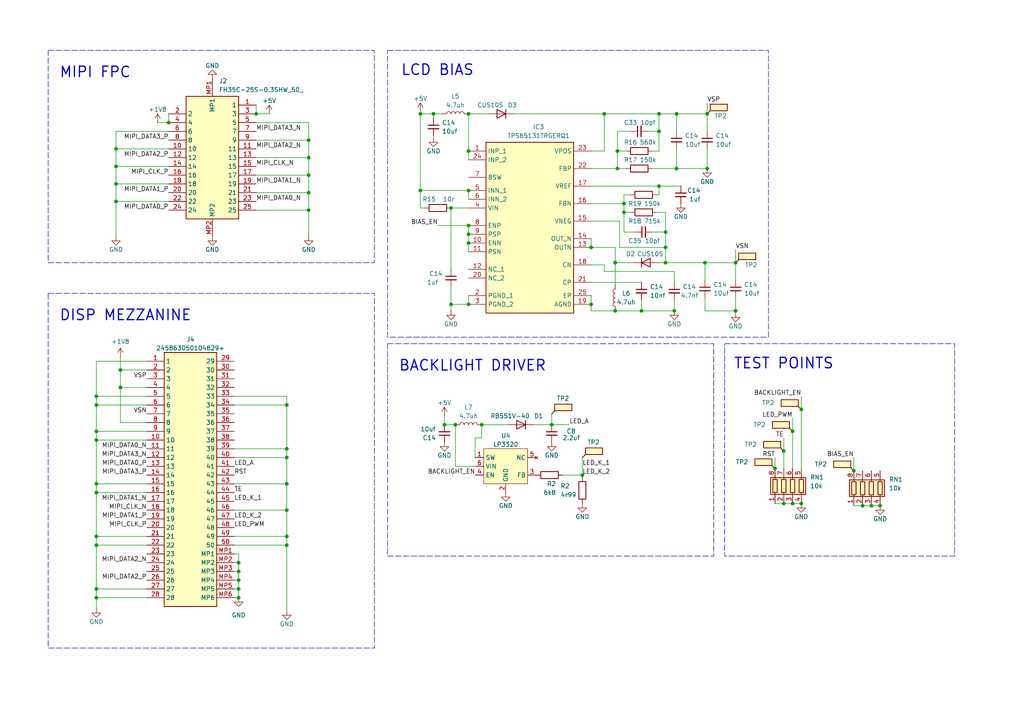
<source format=kicad_sch>
(kicad_sch (version 20230121) (generator eeschema)
  (paper "A4")
  (lib_symbols
    (symbol "+5V_1" (power) (pin_names (offset 0))
      (property "Value" "+5V_1" (at 0 3.556 0))
      (symbol "+5V_1_0_1"
        (polyline (pts (xy -0.762 1.27) (xy 0 2.54)))
        (polyline (pts (xy 0 0) (xy 0 2.54)))
        (polyline (pts (xy 0 2.54) (xy 0.762 1.27)))
      )
      (symbol "+5V_1_1_1"
        (pin power_in line (at 0 0 90) (length 0) hide (name "+5V") (number "1"))
      )
    )
    (symbol "Connector:TestPoint_Flag" (pin_numbers hide) (pin_names (offset 0.762) hide)
      (property "Reference" "TP" (at 3.429 1.778 0))
      (property "Value" "TestPoint_Flag" (at 3.302 4.191 0))
      (symbol "TestPoint_Flag_0_1"
        (polyline (pts (xy 0 0) (xy 0.889 0.889)) (stroke (width 0.254)))
        (rectangle (start 0.889 2.794) (end 5.842 0.889) (stroke (width 0.254)) (fill (type background)))
      )
      (symbol "TestPoint_Flag_1_1"
        (pin passive line (at 0 0 90) (length 0) (name "1") (number "1"))
      )
    )
    (symbol "Device:C_Small" (pin_numbers hide) (pin_names (offset 0.254) hide)
      (property "Reference" "C" (at 0.254 1.778 0))
      (property "Value" "C_Small" (at 0.254 -2.032 0))
      (symbol "C_Small_0_1"
        (polyline (pts (xy -1.524 -0.508) (xy 1.524 -0.508)) (stroke (width 0.3302)))
        (polyline (pts (xy -1.524 0.508) (xy 1.524 0.508)) (stroke (width 0.3048)))
      )
      (symbol "C_Small_1_1"
        (pin passive line (at 0 2.54 270) (length 2.032) (name "~") (number "1"))
        (pin passive line (at 0 -2.54 90) (length 2.032) (name "~") (number "2"))
      )
    )
    (symbol "Device:D" (pin_numbers hide) (pin_names (offset 1.016) hide)
      (property "Reference" "D" (at 0 2.54 0))
      (property "Value" "D" (at 0 -2.54 0))
      (symbol "D_0_1"
        (polyline (pts (xy -1.27 1.27) (xy -1.27 -1.27)) (stroke (width 0.254)))
        (polyline (pts (xy 1.27 0) (xy -1.27 0)))
        (polyline (pts (xy 1.27 1.27) (xy 1.27 -1.27) (xy -1.27 0) (xy 1.27 1.27)) (stroke (width 0.254)))
      )
      (symbol "D_1_1"
        (pin passive line (at -3.81 0 0) (length 2.54) (name "K") (number "1"))
        (pin passive line (at 3.81 0 180) (length 2.54) (name "A") (number "2"))
      )
    )
    (symbol "Device:L" (pin_numbers hide) (pin_names (offset 1.016) hide)
      (property "Reference" "L" (at -1.27 0 90))
      (property "Value" "L" (at 1.905 0 90))
      (symbol "L_0_1"
        (arc (start 0 -2.54) (mid 0.6323 -1.905) (end 0 -1.27))
        (arc (start 0 -1.27) (mid 0.6323 -0.635) (end 0 0))
        (arc (start 0 0) (mid 0.6323 0.635) (end 0 1.27))
        (arc (start 0 1.27) (mid 0.6323 1.905) (end 0 2.54))
      )
      (symbol "L_1_1"
        (pin passive line (at 0 3.81 270) (length 1.27) (name "1") (number "1"))
        (pin passive line (at 0 -3.81 90) (length 1.27) (name "2") (number "2"))
      )
    )
    (symbol "Device:R" (pin_numbers hide) (pin_names (offset 0))
      (property "Reference" "R" (at 2.032 0 90))
      (property "Value" "R" (at 0 0 90))
      (symbol "R_0_1"
        (rectangle (start -1.016 -2.54) (end 1.016 2.54) (stroke (width 0.254)))
      )
      (symbol "R_1_1"
        (pin passive line (at 0 3.81 270) (length 1.27) (name "~") (number "1"))
        (pin passive line (at 0 -3.81 90) (length 1.27) (name "~") (number "2"))
      )
    )
    (symbol "Device:R_Pack04" (pin_names (offset 0) hide)
      (property "Reference" "RN" (at -7.62 0 90))
      (property "Value" "R_Pack04" (at 5.08 0 90))
      (symbol "R_Pack04_0_1"
        (rectangle (start -6.35 -2.413) (end 3.81 2.413) (stroke (width 0.254)) (fill (type background)))
        (rectangle (start -5.715 1.905) (end -4.445 -1.905) (stroke (width 0.254)))
        (rectangle (start -3.175 1.905) (end -1.905 -1.905) (stroke (width 0.254)))
        (rectangle (start -0.635 1.905) (end 0.635 -1.905) (stroke (width 0.254)))
        (polyline (pts (xy -5.08 -2.54) (xy -5.08 -1.905)))
        (polyline (pts (xy -5.08 1.905) (xy -5.08 2.54)))
        (polyline (pts (xy -2.54 -2.54) (xy -2.54 -1.905)))
        (polyline (pts (xy -2.54 1.905) (xy -2.54 2.54)))
        (polyline (pts (xy 0 -2.54) (xy 0 -1.905)))
        (polyline (pts (xy 0 1.905) (xy 0 2.54)))
        (polyline (pts (xy 2.54 -2.54) (xy 2.54 -1.905)))
        (polyline (pts (xy 2.54 1.905) (xy 2.54 2.54)))
        (rectangle (start 1.905 1.905) (end 3.175 -1.905) (stroke (width 0.254)))
      )
      (symbol "R_Pack04_1_1"
        (pin passive line (at -5.08 -5.08 90) (length 2.54) (name "R1.1") (number "1"))
        (pin passive line (at -2.54 -5.08 90) (length 2.54) (name "R2.1") (number "2"))
        (pin passive line (at 0 -5.08 90) (length 2.54) (name "R3.1") (number "3"))
        (pin passive line (at 2.54 -5.08 90) (length 2.54) (name "R4.1") (number "4"))
        (pin passive line (at 2.54 5.08 270) (length 2.54) (name "R4.2") (number "5"))
        (pin passive line (at 0 5.08 270) (length 2.54) (name "R3.2") (number "6"))
        (pin passive line (at -2.54 5.08 270) (length 2.54) (name "R2.2") (number "7"))
        (pin passive line (at -5.08 5.08 270) (length 2.54) (name "R1.2") (number "8"))
      )
    )
    (symbol "GND_1" (power) (pin_names (offset 0))
      (property "Value" "GND_1" (at 0 -3.81 0))
      (symbol "GND_1_0_1"
        (polyline (pts (xy 0 0) (xy 0 -1.27) (xy 1.27 -1.27) (xy 0 -2.54) (xy -1.27 -1.27) (xy 0 -1.27)))
      )
      (symbol "GND_1_1_1"
        (pin power_in line (at 0 0 270) (length 0) hide (name "GND") (number "1"))
      )
    )
    (symbol "GND_3" (power) (pin_names (offset 0))
      (property "Value" "GND_3" (at 0 -3.81 0))
      (symbol "GND_3_0_1"
        (polyline (pts (xy 0 0) (xy 0 -1.27) (xy 1.27 -1.27) (xy 0 -2.54) (xy -1.27 -1.27) (xy 0 -1.27)))
      )
      (symbol "GND_3_1_1"
        (pin power_in line (at 0 0 270) (length 0) hide (name "GND") (number "1"))
      )
    )
    (symbol "Regulator_Switching:LP3320"
      (property "Reference" "U" (at 0 8.89 0))
      (property "Value" "LP3320" (at 0 6.35 0))
      (symbol "LP3320_1_1"
        (rectangle (start -6.35 5.08) (end 6.35 -5.08) (fill (type background)))
        (pin output line (at -8.89 2.54 0) (length 2.54) (name "SW") (number "1"))
        (pin input line (at 0 -7.62 90) (length 2.54) (name "GND") (number "2"))
        (pin input line (at 8.89 -2.54 180) (length 2.54) (name "FB") (number "3"))
        (pin input line (at -8.89 -2.54 0) (length 2.54) (name "EN") (number "4"))
        (pin no_connect line (at 8.89 2.54 180) (length 2.54) (name "NC") (number "5"))
        (pin input line (at -8.89 0 0) (length 2.54) (name "VIN") (number "6"))
      )
    )
    (symbol "SamacSys_Parts:245863050104829+"
      (property "Reference" "J" (at 21.59 7.62 0))
      (property "Value" "245863050104829+" (at 21.59 5.08 0))
      (symbol "245863050104829+_1_1"
        (rectangle (start 5.08 2.54) (end 20.32 -71.12) (stroke (width 0.254)) (fill (type background)))
        (pin passive line (at 0 0 0) (length 5.08) (name "1") (number "1"))
        (pin passive line (at 0 -22.86 0) (length 5.08) (name "10") (number "10"))
        (pin passive line (at 0 -25.4 0) (length 5.08) (name "11") (number "11"))
        (pin passive line (at 0 -27.94 0) (length 5.08) (name "12") (number "12"))
        (pin passive line (at 0 -30.48 0) (length 5.08) (name "13") (number "13"))
        (pin passive line (at 0 -33.02 0) (length 5.08) (name "14") (number "14"))
        (pin passive line (at 0 -35.56 0) (length 5.08) (name "15") (number "15"))
        (pin passive line (at 0 -38.1 0) (length 5.08) (name "16") (number "16"))
        (pin passive line (at 0 -40.64 0) (length 5.08) (name "17") (number "17"))
        (pin passive line (at 0 -43.18 0) (length 5.08) (name "18") (number "18"))
        (pin passive line (at 0 -45.72 0) (length 5.08) (name "19") (number "19"))
        (pin passive line (at 0 -2.54 0) (length 5.08) (name "2") (number "2"))
        (pin passive line (at 0 -48.26 0) (length 5.08) (name "20") (number "20"))
        (pin passive line (at 0 -50.8 0) (length 5.08) (name "21") (number "21"))
        (pin passive line (at 0 -53.34 0) (length 5.08) (name "22") (number "22"))
        (pin passive line (at 0 -55.88 0) (length 5.08) (name "23") (number "23"))
        (pin passive line (at 0 -58.42 0) (length 5.08) (name "24") (number "24"))
        (pin passive line (at 0 -60.96 0) (length 5.08) (name "25") (number "25"))
        (pin passive line (at 0 -63.5 0) (length 5.08) (name "26") (number "26"))
        (pin passive line (at 0 -66.04 0) (length 5.08) (name "27") (number "27"))
        (pin passive line (at 0 -68.58 0) (length 5.08) (name "28") (number "28"))
        (pin passive line (at 25.4 0 180) (length 5.08) (name "29") (number "29"))
        (pin passive line (at 0 -5.08 0) (length 5.08) (name "3") (number "3"))
        (pin passive line (at 25.4 -2.54 180) (length 5.08) (name "30") (number "30"))
        (pin passive line (at 25.4 -5.08 180) (length 5.08) (name "31") (number "31"))
        (pin passive line (at 25.4 -7.62 180) (length 5.08) (name "32") (number "32"))
        (pin passive line (at 25.4 -10.16 180) (length 5.08) (name "33") (number "33"))
        (pin passive line (at 25.4 -12.7 180) (length 5.08) (name "34") (number "34"))
        (pin passive line (at 25.4 -15.24 180) (length 5.08) (name "35") (number "35"))
        (pin passive line (at 25.4 -17.78 180) (length 5.08) (name "36") (number "36"))
        (pin passive line (at 25.4 -20.32 180) (length 5.08) (name "37") (number "37"))
        (pin passive line (at 25.4 -22.86 180) (length 5.08) (name "38") (number "38"))
        (pin passive line (at 25.4 -25.4 180) (length 5.08) (name "39") (number "39"))
        (pin passive line (at 0 -7.62 0) (length 5.08) (name "4") (number "4"))
        (pin passive line (at 25.4 -27.94 180) (length 5.08) (name "40") (number "40"))
        (pin passive line (at 25.4 -30.48 180) (length 5.08) (name "41") (number "41"))
        (pin passive line (at 25.4 -33.02 180) (length 5.08) (name "42") (number "42"))
        (pin passive line (at 25.4 -35.56 180) (length 5.08) (name "43") (number "43"))
        (pin passive line (at 25.4 -38.1 180) (length 5.08) (name "44") (number "44"))
        (pin passive line (at 25.4 -40.64 180) (length 5.08) (name "45") (number "45"))
        (pin passive line (at 25.4 -43.18 180) (length 5.08) (name "46") (number "46"))
        (pin passive line (at 25.4 -45.72 180) (length 5.08) (name "47") (number "47"))
        (pin passive line (at 25.4 -48.26 180) (length 5.08) (name "48") (number "48"))
        (pin passive line (at 25.4 -50.8 180) (length 5.08) (name "49") (number "49"))
        (pin passive line (at 0 -10.16 0) (length 5.08) (name "5") (number "5"))
        (pin passive line (at 25.4 -53.34 180) (length 5.08) (name "50") (number "50"))
        (pin passive line (at 0 -12.7 0) (length 5.08) (name "6") (number "6"))
        (pin passive line (at 0 -15.24 0) (length 5.08) (name "7") (number "7"))
        (pin passive line (at 0 -17.78 0) (length 5.08) (name "8") (number "8"))
        (pin passive line (at 0 -20.32 0) (length 5.08) (name "9") (number "9"))
        (pin passive line (at 25.4 -55.88 180) (length 5.08) (name "MP1") (number "MP1"))
        (pin passive line (at 25.4 -58.42 180) (length 5.08) (name "MP2") (number "MP2"))
        (pin passive line (at 25.4 -60.96 180) (length 5.08) (name "MP3") (number "MP3"))
        (pin passive line (at 25.4 -63.5 180) (length 5.08) (name "MP4") (number "MP4"))
        (pin passive line (at 25.4 -66.04 180) (length 5.08) (name "MP5") (number "MP5"))
        (pin passive line (at 25.4 -68.58 180) (length 5.08) (name "MP6") (number "MP6"))
      )
    )
    (symbol "SamacSys_Parts:FH35C-25S-0.3SHW_50_"
      (property "Reference" "J" (at 41.91 12.7 0))
      (property "Value" "FH35C-25S-0.3SHW_50_" (at 41.91 10.16 0))
      (symbol "FH35C-25S-0.3SHW_50__1_1"
        (rectangle (start 5.08 7.62) (end 40.64 -7.62) (stroke (width 0.254)) (fill (type background)))
        (pin passive line (at 38.1 -12.7 90) (length 5.08) (name "1") (number "1"))
        (pin passive line (at 25.4 12.7 270) (length 5.08) (name "10") (number "10"))
        (pin passive line (at 25.4 -12.7 90) (length 5.08) (name "11") (number "11"))
        (pin passive line (at 22.86 12.7 270) (length 5.08) (name "12") (number "12"))
        (pin passive line (at 22.86 -12.7 90) (length 5.08) (name "13") (number "13"))
        (pin passive line (at 20.32 12.7 270) (length 5.08) (name "14") (number "14"))
        (pin passive line (at 20.32 -12.7 90) (length 5.08) (name "15") (number "15"))
        (pin passive line (at 17.78 12.7 270) (length 5.08) (name "16") (number "16"))
        (pin passive line (at 17.78 -12.7 90) (length 5.08) (name "17") (number "17"))
        (pin passive line (at 15.24 12.7 270) (length 5.08) (name "18") (number "18"))
        (pin passive line (at 15.24 -12.7 90) (length 5.08) (name "19") (number "19"))
        (pin passive line (at 35.56 12.7 270) (length 5.08) (name "2") (number "2"))
        (pin passive line (at 12.7 12.7 270) (length 5.08) (name "20") (number "20"))
        (pin passive line (at 12.7 -12.7 90) (length 5.08) (name "21") (number "21"))
        (pin passive line (at 10.16 12.7 270) (length 5.08) (name "22") (number "22"))
        (pin passive line (at 10.16 -12.7 90) (length 5.08) (name "23") (number "23"))
        (pin passive line (at 7.62 12.7 270) (length 5.08) (name "24") (number "24"))
        (pin passive line (at 7.62 -12.7 90) (length 5.08) (name "25") (number "25"))
        (pin passive line (at 35.56 -12.7 90) (length 5.08) (name "3") (number "3"))
        (pin passive line (at 33.02 12.7 270) (length 5.08) (name "4") (number "4"))
        (pin passive line (at 33.02 -12.7 90) (length 5.08) (name "5") (number "5"))
        (pin passive line (at 30.48 12.7 270) (length 5.08) (name "6") (number "6"))
        (pin passive line (at 30.48 -12.7 90) (length 5.08) (name "7") (number "7"))
        (pin passive line (at 27.94 12.7 270) (length 5.08) (name "8") (number "8"))
        (pin passive line (at 27.94 -12.7 90) (length 5.08) (name "9") (number "9"))
        (pin passive line (at 45.72 0 180) (length 5.08) (name "MP1") (number "MP1"))
        (pin passive line (at 0 0 0) (length 5.08) (name "MP2") (number "MP2"))
      )
    )
    (symbol "SamacSys_Parts:TPS65131TRGERQ1"
      (property "Reference" "IC" (at 10.16 21.59 0))
      (property "Value" "TPS65131TRGERQ1" (at 10.16 19.05 0))
      (symbol "TPS65131TRGERQ1_1_1"
        (rectangle (start 5.08 16.51) (end 30.48 -33.02) (stroke (width 0.254)) (fill (type background)))
        (pin passive line (at 0 13.97 0) (length 5.08) (name "INP_1") (number "1"))
        (pin passive line (at 0 -12.7 0) (length 5.08) (name "ENN") (number "10"))
        (pin passive line (at 0 -15.24 0) (length 5.08) (name "PSN") (number "11"))
        (pin passive line (at 0 -20.32 0) (length 5.08) (name "NC_1") (number "12"))
        (pin passive line (at 35.56 -13.97 180) (length 5.08) (name "OUTN") (number "13"))
        (pin passive line (at 35.56 -11.43 180) (length 5.08) (name "OUT_N") (number "14"))
        (pin passive line (at 35.56 -6.35 180) (length 5.08) (name "VNEG") (number "15"))
        (pin passive line (at 35.56 -1.27 180) (length 5.08) (name "FBN") (number "16"))
        (pin passive line (at 35.56 3.81 180) (length 5.08) (name "VREF") (number "17"))
        (pin passive line (at 35.56 -19.05 180) (length 5.08) (name "CN") (number "18"))
        (pin passive line (at 35.56 -30.48 180) (length 5.08) (name "AGND") (number "19"))
        (pin passive line (at 0 -27.94 0) (length 5.08) (name "PGND_1") (number "2"))
        (pin passive line (at 0 -22.86 0) (length 5.08) (name "NC_2") (number "20"))
        (pin passive line (at 35.56 -24.13 180) (length 5.08) (name "CP") (number "21"))
        (pin passive line (at 35.56 8.89 180) (length 5.08) (name "FBP") (number "22"))
        (pin passive line (at 35.56 13.97 180) (length 5.08) (name "VPOS") (number "23"))
        (pin passive line (at 0 11.43 0) (length 5.08) (name "INP_2") (number "24"))
        (pin passive line (at 35.56 -27.94 180) (length 5.08) (name "EP") (number "25"))
        (pin passive line (at 0 -30.48 0) (length 5.08) (name "PGND_2") (number "3"))
        (pin passive line (at 0 -2.54 0) (length 5.08) (name "VIN") (number "4"))
        (pin passive line (at 0 2.54 0) (length 5.08) (name "INN_1") (number "5"))
        (pin passive line (at 0 0 0) (length 5.08) (name "INN_2") (number "6"))
        (pin passive line (at 0 6.35 0) (length 5.08) (name "BSW") (number "7"))
        (pin passive line (at 0 -7.62 0) (length 5.08) (name "ENP") (number "8"))
        (pin passive line (at 0 -10.16 0) (length 5.08) (name "PSP") (number "9"))
      )
    )
    (symbol "power:+1V8" (power) (pin_names (offset 0))
      (property "Value" "+1V8" (at 0 3.556 0))
      (symbol "+1V8_0_1"
        (polyline (pts (xy -0.762 1.27) (xy 0 2.54)))
        (polyline (pts (xy 0 0) (xy 0 2.54)))
        (polyline (pts (xy 0 2.54) (xy 0.762 1.27)))
      )
      (symbol "+1V8_1_1"
        (pin power_in line (at 0 0 90) (length 0) hide (name "+1V8") (number "1"))
      )
    )
    (symbol "power:GND" (power) (pin_names (offset 0))
      (property "Value" "GND" (at 0 -3.81 0))
      (symbol "GND_0_1"
        (polyline (pts (xy 0 0) (xy 0 -1.27) (xy 1.27 -1.27) (xy 0 -2.54) (xy -1.27 -1.27) (xy 0 -1.27)))
      )
      (symbol "GND_1_1"
        (pin power_in line (at 0 0 270) (length 0) hide (name "GND") (number "1"))
      )
    )
  )
  (junction (at 193.04 76.2))
  (junction (at 27.94 158.115))
  (junction (at 89.535 50.8))
  (junction (at 191.135 53.975))
  (junction (at 130.81 60.325))
  (junction (at 33.655 43.18))
  (junction (at 229.87 125.095))
  (junction (at 83.185 158.115))
  (junction (at 250.19 146.685))
  (junction (at 135.89 88.265))
  (junction (at 213.36 90.17))
  (junction (at 168.91 137.795))
  (junction (at 69.215 165.735))
  (junction (at 139.7 123.19))
  (junction (at 83.185 155.575))
  (junction (at 205.105 48.895))
  (junction (at 193.04 67.31))
  (junction (at 89.535 60.96))
  (junction (at 69.215 163.195))
  (junction (at 213.36 76.2))
  (junction (at 135.89 55.245))
  (junction (at 180.975 61.595))
  (junction (at 69.215 168.275))
  (junction (at 89.535 45.72))
  (junction (at 74.295 33.02))
  (junction (at 193.04 71.755))
  (junction (at 33.655 58.42))
  (junction (at 83.185 130.175))
  (junction (at 27.94 127.635))
  (junction (at 135.89 33.02))
  (junction (at 195.58 90.17))
  (junction (at 227.33 146.05))
  (junction (at 178.435 90.17))
  (junction (at 135.89 65.405))
  (junction (at 232.41 146.05))
  (junction (at 69.215 170.815))
  (junction (at 27.94 125.095))
  (junction (at 83.185 132.715))
  (junction (at 130.81 88.265))
  (junction (at 27.94 114.935))
  (junction (at 27.94 142.875))
  (junction (at 34.925 112.395))
  (junction (at 27.94 117.475))
  (junction (at 180.975 59.055))
  (junction (at 247.65 136.525))
  (junction (at 27.94 173.355))
  (junction (at 229.87 146.05))
  (junction (at 252.73 146.685))
  (junction (at 191.135 33.02))
  (junction (at 89.535 55.88))
  (junction (at 232.41 118.745))
  (junction (at 121.92 55.245))
  (junction (at 135.89 67.945))
  (junction (at 69.215 173.355))
  (junction (at 171.45 88.265))
  (junction (at 128.905 123.19))
  (junction (at 135.89 70.485))
  (junction (at 33.655 48.26))
  (junction (at 160.02 123.19))
  (junction (at 48.895 35.56))
  (junction (at 83.185 140.335))
  (junction (at 255.27 146.685))
  (junction (at 33.655 53.34))
  (junction (at 196.215 33.02))
  (junction (at 205.105 33.02))
  (junction (at 204.47 76.2))
  (junction (at 171.45 71.755))
  (junction (at 132.08 123.19))
  (junction (at 186.055 90.17))
  (junction (at 135.89 43.815))
  (junction (at 121.92 33.02))
  (junction (at 83.185 117.475))
  (junction (at 27.94 170.815))
  (junction (at 196.215 48.895))
  (junction (at 178.435 76.2))
  (junction (at 191.135 38.1))
  (junction (at 179.07 43.815))
  (junction (at 179.07 48.895))
  (junction (at 83.185 147.955))
  (junction (at 175.26 33.02))
  (junction (at 224.79 135.89))
  (junction (at 34.925 107.315))
  (junction (at 27.94 155.575))
  (junction (at 227.33 130.81))
  (junction (at 125.73 33.02))
  (junction (at 89.535 40.64))
  (junction (at 27.94 140.335))
  (wire (pts (xy 83.185 130.175) (xy 83.185 132.715)))
  (wire (pts (xy 33.655 38.1) (xy 33.655 43.18)))
  (wire (pts (xy 67.945 170.815) (xy 69.215 170.815)))
  (wire (pts (xy 69.215 168.275) (xy 69.215 170.815)))
  (wire (pts (xy 89.535 55.88) (xy 89.535 60.96)))
  (wire (pts (xy 34.925 112.395) (xy 34.925 122.555)))
  (wire (pts (xy 168.91 137.795) (xy 168.91 138.43)))
  (wire (pts (xy 125.73 39.37) (xy 125.73 40.005)))
  (wire (pts (xy 135.89 43.815) (xy 135.89 46.355)))
  (wire (pts (xy 135.89 85.725) (xy 135.89 88.265)))
  (wire (pts (xy 196.215 38.1) (xy 196.215 33.02)))
  (wire (pts (xy 213.36 76.2) (xy 213.36 81.28)))
  (wire (pts (xy 191.135 33.02) (xy 175.26 33.02)))
  (wire (pts (xy 27.94 127.635) (xy 27.94 140.335)))
  (wire (pts (xy 132.08 123.19) (xy 128.905 123.19)))
  (wire (pts (xy 69.215 170.815) (xy 69.215 173.355)))
  (wire (pts (xy 154.94 123.19) (xy 160.02 123.19)))
  (wire (pts (xy 27.94 117.475) (xy 27.94 125.095)))
  (wire (pts (xy 191.135 53.975) (xy 197.485 53.975)))
  (wire (pts (xy 121.92 60.325) (xy 123.19 60.325)))
  (wire (pts (xy 205.105 43.18) (xy 205.105 48.895)))
  (wire (pts (xy 175.26 33.02) (xy 175.26 43.815)))
  (wire (pts (xy 33.655 58.42) (xy 48.895 58.42)))
  (wire (pts (xy 27.94 104.775) (xy 27.94 114.935)))
  (wire (pts (xy 67.945 130.175) (xy 83.185 130.175)))
  (wire (pts (xy 130.81 88.265) (xy 135.89 88.265)))
  (wire (pts (xy 204.47 81.28) (xy 204.47 76.2)))
  (wire (pts (xy 247.65 146.685) (xy 250.19 146.685)))
  (wire (pts (xy 83.185 132.715) (xy 83.185 140.335)))
  (wire (pts (xy 27.94 117.475) (xy 42.545 117.475)))
  (wire (pts (xy 179.705 64.135) (xy 179.705 71.755)))
  (wire (pts (xy 89.535 45.72) (xy 89.535 50.8)))
  (wire (pts (xy 27.94 114.935) (xy 42.545 114.935)))
  (wire (pts (xy 195.58 81.915) (xy 195.58 78.74)))
  (wire (pts (xy 205.105 33.02) (xy 205.105 38.1)))
  (wire (pts (xy 27.94 155.575) (xy 42.545 155.575)))
  (wire (pts (xy 33.655 38.1) (xy 48.895 38.1)))
  (wire (pts (xy 163.195 137.795) (xy 168.91 137.795)))
  (wire (pts (xy 74.295 60.96) (xy 89.535 60.96)))
  (wire (pts (xy 196.215 33.02) (xy 205.105 33.02)))
  (wire (pts (xy 74.295 33.02) (xy 78.105 33.02)))
  (wire (pts (xy 178.435 76.2) (xy 178.435 71.755)))
  (wire (pts (xy 74.295 55.88) (xy 89.535 55.88)))
  (wire (pts (xy 171.45 90.17) (xy 171.45 88.265)))
  (wire (pts (xy 74.295 35.56) (xy 89.535 35.56)))
  (wire (pts (xy 179.705 71.755) (xy 193.04 71.755)))
  (wire (pts (xy 191.135 33.02) (xy 196.215 33.02)))
  (wire (pts (xy 229.87 121.285) (xy 229.87 125.095)))
  (wire (pts (xy 27.94 170.815) (xy 42.545 170.815)))
  (wire (pts (xy 139.7 127) (xy 139.7 123.19)))
  (wire (pts (xy 130.81 83.185) (xy 130.81 88.265)))
  (wire (pts (xy 179.07 48.895) (xy 181.61 48.895)))
  (wire (pts (xy 67.945 160.655) (xy 69.215 160.655)))
  (wire (pts (xy 229.87 125.095) (xy 229.87 135.89)))
  (wire (pts (xy 190.5 61.595) (xy 193.04 61.595)))
  (wire (pts (xy 74.295 50.8) (xy 89.535 50.8)))
  (wire (pts (xy 168.91 132.715) (xy 168.91 137.795)))
  (wire (pts (xy 27.94 173.355) (xy 42.545 173.355)))
  (wire (pts (xy 171.45 48.895) (xy 179.07 48.895)))
  (wire (pts (xy 137.795 127) (xy 139.7 127)))
  (wire (pts (xy 224.79 132.715) (xy 224.79 135.89)))
  (wire (pts (xy 247.65 132.715) (xy 247.65 136.525)))
  (wire (pts (xy 121.92 32.385) (xy 121.92 33.02)))
  (wire (pts (xy 186.055 86.995) (xy 186.055 90.17)))
  (wire (pts (xy 213.36 90.17) (xy 213.36 86.36)))
  (wire (pts (xy 34.925 103.505) (xy 34.925 107.315)))
  (wire (pts (xy 135.89 67.945) (xy 135.89 70.485)))
  (wire (pts (xy 27.94 155.575) (xy 27.94 158.115)))
  (wire (pts (xy 33.655 53.34) (xy 33.655 58.42)))
  (wire (pts (xy 171.45 59.055) (xy 180.975 59.055)))
  (wire (pts (xy 27.94 140.335) (xy 27.94 142.875)))
  (wire (pts (xy 175.26 76.835) (xy 171.45 76.835)))
  (wire (pts (xy 232.41 118.745) (xy 232.41 135.89)))
  (wire (pts (xy 175.26 78.74) (xy 175.26 76.835)))
  (wire (pts (xy 121.92 60.325) (xy 121.92 55.245)))
  (wire (pts (xy 179.07 43.815) (xy 179.07 48.895)))
  (wire (pts (xy 213.36 90.17) (xy 213.36 90.805)))
  (wire (pts (xy 67.945 140.335) (xy 83.185 140.335)))
  (wire (pts (xy 89.535 40.64) (xy 89.535 45.72)))
  (wire (pts (xy 130.81 78.105) (xy 130.81 60.325)))
  (wire (pts (xy 69.215 160.655) (xy 69.215 163.195)))
  (wire (pts (xy 34.925 107.315) (xy 34.925 112.395)))
  (wire (pts (xy 69.215 165.735) (xy 69.215 168.275)))
  (wire (pts (xy 193.04 61.595) (xy 193.04 67.31)))
  (wire (pts (xy 213.36 72.39) (xy 213.36 76.2)))
  (wire (pts (xy 27.94 142.875) (xy 27.94 155.575)))
  (wire (pts (xy 189.23 43.815) (xy 191.135 43.815)))
  (wire (pts (xy 178.435 76.2) (xy 178.435 82.55)))
  (wire (pts (xy 67.945 168.275) (xy 69.215 168.275)))
  (wire (pts (xy 224.79 146.05) (xy 227.33 146.05)))
  (wire (pts (xy 27.94 170.815) (xy 27.94 173.355)))
  (wire (pts (xy 128.905 123.19) (xy 128.905 120.65)))
  (wire (pts (xy 128.27 33.02) (xy 125.73 33.02)))
  (wire (pts (xy 181.61 43.815) (xy 179.07 43.815)))
  (wire (pts (xy 191.135 76.2) (xy 193.04 76.2)))
  (wire (pts (xy 204.47 76.2) (xy 193.04 76.2)))
  (wire (pts (xy 227.33 127) (xy 227.33 130.81)))
  (wire (pts (xy 74.295 40.64) (xy 89.535 40.64)))
  (wire (pts (xy 127 65.405) (xy 135.89 65.405)))
  (wire (pts (xy 205.105 48.895) (xy 196.215 48.895)))
  (wire (pts (xy 191.135 56.515) (xy 190.5 56.515)))
  (wire (pts (xy 191.135 38.1) (xy 187.96 38.1)))
  (wire (pts (xy 33.655 48.26) (xy 48.895 48.26)))
  (wire (pts (xy 195.58 78.74) (xy 175.26 78.74)))
  (wire (pts (xy 121.92 55.245) (xy 135.89 55.245)))
  (wire (pts (xy 67.945 114.935) (xy 83.185 114.935)))
  (wire (pts (xy 135.89 70.485) (xy 135.89 73.025)))
  (wire (pts (xy 34.925 107.315) (xy 42.545 107.315)))
  (wire (pts (xy 180.975 56.515) (xy 182.88 56.515)))
  (wire (pts (xy 27.94 158.115) (xy 27.94 170.815)))
  (wire (pts (xy 196.215 48.895) (xy 189.23 48.895)))
  (wire (pts (xy 33.655 48.26) (xy 33.655 53.34)))
  (wire (pts (xy 178.435 90.17) (xy 186.055 90.17)))
  (wire (pts (xy 74.295 33.02) (xy 74.295 30.48)))
  (wire (pts (xy 83.185 114.935) (xy 83.185 117.475)))
  (wire (pts (xy 252.73 146.685) (xy 255.27 146.685)))
  (wire (pts (xy 67.945 147.955) (xy 83.185 147.955)))
  (wire (pts (xy 67.945 163.195) (xy 69.215 163.195)))
  (wire (pts (xy 227.33 130.81) (xy 227.33 135.89)))
  (wire (pts (xy 191.135 43.815) (xy 191.135 38.1)))
  (wire (pts (xy 83.185 158.115) (xy 83.185 177.165)))
  (wire (pts (xy 27.94 125.095) (xy 27.94 127.635)))
  (wire (pts (xy 204.47 90.17) (xy 213.36 90.17)))
  (wire (pts (xy 205.105 33.02) (xy 205.105 29.845)))
  (wire (pts (xy 132.08 135.255) (xy 132.08 123.19)))
  (wire (pts (xy 67.945 165.735) (xy 69.215 165.735)))
  (wire (pts (xy 27.94 142.875) (xy 42.545 142.875)))
  (wire (pts (xy 180.975 67.31) (xy 180.975 61.595)))
  (wire (pts (xy 196.215 43.18) (xy 196.215 48.895)))
  (wire (pts (xy 69.215 163.195) (xy 69.215 165.735)))
  (wire (pts (xy 180.975 61.595) (xy 180.975 59.055)))
  (wire (pts (xy 232.41 114.935) (xy 232.41 118.745)))
  (wire (pts (xy 67.945 158.115) (xy 83.185 158.115)))
  (wire (pts (xy 67.945 117.475) (xy 83.185 117.475)))
  (wire (pts (xy 48.895 35.56) (xy 48.895 33.02)))
  (wire (pts (xy 160.02 123.19) (xy 160.02 120.015)))
  (wire (pts (xy 42.545 158.115) (xy 27.94 158.115)))
  (wire (pts (xy 182.88 38.1) (xy 179.07 38.1)))
  (wire (pts (xy 67.945 155.575) (xy 83.185 155.575)))
  (wire (pts (xy 178.435 71.755) (xy 171.45 71.755)))
  (wire (pts (xy 83.185 117.475) (xy 83.185 130.175)))
  (wire (pts (xy 250.19 146.685) (xy 252.73 146.685)))
  (wire (pts (xy 137.795 135.255) (xy 132.08 135.255)))
  (wire (pts (xy 204.47 76.2) (xy 213.36 76.2)))
  (wire (pts (xy 48.895 43.18) (xy 33.655 43.18)))
  (wire (pts (xy 184.15 67.31) (xy 180.975 67.31)))
  (wire (pts (xy 178.435 76.2) (xy 183.515 76.2)))
  (wire (pts (xy 67.945 132.715) (xy 83.185 132.715)))
  (wire (pts (xy 121.92 33.02) (xy 121.92 55.245)))
  (wire (pts (xy 135.89 65.405) (xy 135.89 67.945)))
  (wire (pts (xy 27.94 125.095) (xy 42.545 125.095)))
  (wire (pts (xy 171.45 64.135) (xy 179.705 64.135)))
  (wire (pts (xy 27.94 127.635) (xy 42.545 127.635)))
  (wire (pts (xy 180.975 59.055) (xy 180.975 56.515)))
  (wire (pts (xy 175.26 43.815) (xy 171.45 43.815)))
  (wire (pts (xy 89.535 35.56) (xy 89.535 40.64)))
  (wire (pts (xy 179.07 38.1) (xy 179.07 43.815)))
  (wire (pts (xy 182.88 61.595) (xy 180.975 61.595)))
  (wire (pts (xy 171.45 85.725) (xy 171.45 88.265)))
  (wire (pts (xy 34.925 112.395) (xy 42.545 112.395)))
  (wire (pts (xy 27.94 114.935) (xy 27.94 117.475)))
  (wire (pts (xy 89.535 60.96) (xy 89.535 68.58)))
  (wire (pts (xy 149.225 33.02) (xy 175.26 33.02)))
  (wire (pts (xy 89.535 50.8) (xy 89.535 55.88)))
  (wire (pts (xy 139.7 123.19) (xy 147.32 123.19)))
  (wire (pts (xy 186.055 90.17) (xy 195.58 90.17)))
  (wire (pts (xy 125.73 33.02) (xy 125.73 34.29)))
  (wire (pts (xy 178.435 90.17) (xy 171.45 90.17)))
  (wire (pts (xy 83.185 155.575) (xy 83.185 158.115)))
  (wire (pts (xy 227.33 146.05) (xy 229.87 146.05)))
  (wire (pts (xy 171.45 69.215) (xy 171.45 71.755)))
  (wire (pts (xy 165.1 123.19) (xy 160.02 123.19)))
  (wire (pts (xy 204.47 90.17) (xy 204.47 86.36)))
  (wire (pts (xy 229.87 146.05) (xy 232.41 146.05)))
  (wire (pts (xy 130.81 60.325) (xy 135.89 60.325)))
  (wire (pts (xy 130.81 88.265) (xy 130.81 90.17)))
  (wire (pts (xy 48.895 35.56) (xy 45.72 35.56)))
  (wire (pts (xy 74.295 45.72) (xy 89.535 45.72)))
  (wire (pts (xy 189.23 67.31) (xy 193.04 67.31)))
  (wire (pts (xy 137.795 132.715) (xy 137.795 127)))
  (wire (pts (xy 83.185 140.335) (xy 83.185 147.955)))
  (wire (pts (xy 171.45 53.975) (xy 191.135 53.975)))
  (wire (pts (xy 191.135 33.02) (xy 191.135 38.1)))
  (wire (pts (xy 135.89 33.02) (xy 141.605 33.02)))
  (wire (pts (xy 27.94 140.335) (xy 42.545 140.335)))
  (wire (pts (xy 33.655 43.18) (xy 33.655 48.26)))
  (wire (pts (xy 83.185 147.955) (xy 83.185 155.575)))
  (wire (pts (xy 186.055 81.915) (xy 171.45 81.915)))
  (wire (pts (xy 121.92 33.02) (xy 125.73 33.02)))
  (wire (pts (xy 34.925 122.555) (xy 42.545 122.555)))
  (wire (pts (xy 135.89 57.785) (xy 135.89 55.245)))
  (wire (pts (xy 135.89 33.02) (xy 135.89 43.815)))
  (wire (pts (xy 27.94 173.355) (xy 27.94 176.53)))
  (wire (pts (xy 195.58 86.995) (xy 195.58 90.17)))
  (wire (pts (xy 193.04 67.31) (xy 193.04 71.755)))
  (wire (pts (xy 193.04 71.755) (xy 193.04 76.2)))
  (wire (pts (xy 69.215 173.355) (xy 67.945 173.355)))
  (wire (pts (xy 191.135 53.975) (xy 191.135 56.515)))
  (wire (pts (xy 42.545 104.775) (xy 27.94 104.775)))
  (wire (pts (xy 33.655 58.42) (xy 33.655 68.58)))
  (wire (pts (xy 33.655 53.34) (xy 48.895 53.34)))
  (rectangle (start 210.185 99.695) (end 276.86 161.29) (stroke (width 0) (type dash)))
  (rectangle (start 112.395 14.605) (end 222.885 97.79) (stroke (width 0) (type dash)))
  (rectangle (start 13.97 85.09) (end 108.585 187.96) (stroke (width 0) (type dash)))
  (rectangle (start 112.395 99.695) (end 207.01 161.29) (stroke (width 0) (type dash)))
  (rectangle (start 13.97 14.605) (end 108.585 76.2) (stroke (width 0) (type dash)))
  (text "TEST POINTS" (at 212.725 107.315 0) (effects (font (size 3.048 3.048) (thickness 0.3556) bold) (justify left bottom)))
  (text "DISP MEZZANINE" (at 17.145 93.345 0) (effects (font (size 3.048 3.048) (thickness 0.3556) bold) (justify left bottom)))
  (text "BACKLIGHT DRIVER" (at 115.57 107.95 0) (effects (font (size 3.048 3.048) (thickness 0.3556) bold) (justify left bottom)))
  (text "LCD BIAS" (at 116.205 22.225 0) (effects (font (size 3.048 3.048) (thickness 0.3556) bold) (justify left bottom)))
  (text "MIPI FPC" (at 17.145 22.86 0) (effects (font (size 3.048 3.048) (thickness 0.3556) bold) (justify left bottom)))
  (label "LED_K_1" (at 168.91 135.255 0))
  (label "MIPI_CLK_N" (at 42.545 147.955 180))
  (label "LED_K_1" (at 67.945 145.415 0))
  (label "MIPI_DATA0_N" (at 74.295 58.42 0))
  (label "MIPI_DATA3_P" (at 48.895 40.64 180))
  (label "VSN" (at 213.36 72.39 0))
  (label "LED_K_2" (at 67.945 150.495 0))
  (label "MIPI_DATA2_N" (at 74.295 43.18 0))
  (label "BACKLIGHT_EN" (at 232.41 114.935 180))
  (label "LED_A" (at 67.945 135.255 0))
  (label "LED_PWM" (at 67.945 153.035 0))
  (label "MIPI_CLK_P" (at 48.895 50.8 180))
  (label "MIPI_DATA1_N" (at 42.545 145.415 180))
  (label "MIPI_DATA0_P" (at 42.545 135.255 180))
  (label "BACKLIGHT_EN" (at 137.795 137.795 180))
  (label "LED_K_2" (at 168.91 137.795 0))
  (label "MIPI_DATA2_N" (at 42.545 163.195 180))
  (label "LED_PWM" (at 229.87 121.285 180))
  (label "MIPI_DATA0_P" (at 48.895 60.96 180))
  (label "MIPI_DATA3_N" (at 42.545 132.715 180))
  (label "MIPI_DATA1_P" (at 42.545 150.495 180))
  (label "MIPI_DATA1_N" (at 74.295 53.34 0))
  (label "BIAS_EN" (at 247.65 132.715 180))
  (label "TE" (at 227.33 127 180))
  (label "LED_A" (at 165.1 123.19 0))
  (label "MIPI_DATA2_P" (at 42.545 168.275 180))
  (label "MIPI_CLK_N" (at 74.295 48.26 0))
  (label "MIPI_DATA1_P" (at 48.895 55.88 180))
  (label "VSP" (at 205.105 29.845 0))
  (label "RST" (at 67.945 137.795 0))
  (label "MIPI_DATA3_N" (at 74.295 38.1 0))
  (label "MIPI_DATA3_P" (at 42.545 137.795 180))
  (label "BIAS_EN" (at 127 65.405 180))
  (label "VSN" (at 42.545 120.015 180))
  (label "MIPI_DATA0_N" (at 42.545 130.175 180))
  (label "MIPI_CLK_P" (at 42.545 153.035 180))
  (label "MIPI_DATA2_P" (at 48.895 45.72 180))
  (label "TE" (at 67.945 142.875 0))
  (label "VSP" (at 42.545 109.855 180))
  (label "RST" (at 224.79 132.715 180))
  (symbol (lib_name "GND_3") (lib_id "power:GND") (at 130.81 90.17 0) (unit 1)
    (property "Reference" "#PWR03" (effects hide))
    (property "Value" "GND" (at 130.81 93.98 0))
    (instances (project "ssd2828_board" (path "" (reference "#PWR03") (unit 1)) (path "" (reference "#PWR035") (unit 1)) (path "" (reference "#PWR068") (unit 1)) (path "" (reference "#PWR077") (unit 1))))
  )
  (symbol (lib_id "Connector:TestPoint_Flag") (at 205.105 33.02 0) (unit 1)
    (property "Reference" "TP2" (at 210.82 33.655 0) (effects (justify right)))
    (property "Value" " " (at 203.2 29.718 0) (effects (justify right)))
    (property "Footprint" "TestPoint:TestPoint_Pad_1.0x1.0mm" (effects hide))
    (instances (project "ssd2828_board" (path "" (reference "TP2") (unit 1)) (path "" (reference "TP15") (unit 1)) (path "" (reference "TP30") (unit 1))))
  )
  (symbol (lib_id "Connector:TestPoint_Flag") (at 227.33 130.81 0) (mirror y) (unit 1)
    (property "Reference" "TP2" (at 215.9 128.905 0) (effects (justify right)))
    (property "Value" " " (at 229.235 127.508 0) (effects (justify right)))
    (property "Footprint" "TestPoint:TestPoint_Pad_1.0x1.0mm" (effects hide))
    (instances (project "ssd2828_board" (path "" (reference "TP2") (unit 1)) (path "" (reference "TP15") (unit 1)) (path "" (reference "TP26") (unit 1))))
  )
  (symbol (lib_name "GND_3") (lib_id "power:GND") (at 61.595 68.58 0) (unit 1)
    (property "Reference" "#PWR03" (effects hide))
    (property "Value" "GND" (at 61.595 72.39 0))
    (instances (project "ssd2828_board" (path "" (reference "#PWR03") (unit 1)) (path "" (reference "#PWR018") (unit 1)) (path "" (reference "#PWR066") (unit 1)) (path "" (reference "#PWR041") (unit 1))))
  )
  (symbol (lib_id "power:+1V8") (at 34.925 103.505 0) (unit 1)
    (property "Reference" "#PWR036" (effects hide))
    (property "Value" "+1V8" (at 34.925 99.06 0))
    (instances (project "ssd2828_board" (path "" (reference "#PWR036") (unit 1)) (path "" (reference "#PWR064") (unit 1)) (path "" (reference "#PWR074") (unit 1))))
  )
  (symbol (lib_name "GND_3") (lib_id "power:GND") (at 146.685 142.875 0) (unit 1)
    (property "Reference" "#PWR03" (effects hide))
    (property "Value" "GND" (at 146.685 146.685 0))
    (instances (project "ssd2828_board" (path "" (reference "#PWR03") (unit 1)) (path "" (reference "#PWR035") (unit 1)) (path "" (reference "#PWR068") (unit 1)) (path "" (reference "#PWR084") (unit 1))))
  )
  (symbol (lib_id "Device:C_Small") (at 128.905 125.73 0) (mirror x) (unit 1)
    (property "Reference" "C14" (at 122.555 127 0) (effects (justify left)))
    (property "Value" "10uf" (at 121.92 124.46 0) (effects (justify left)))
    (property "Footprint" "Capacitor_SMD:C_0603_1608Metric" (effects hide))
    (instances (project "ssd2828_board" (path "" (reference "C14") (unit 1)) (path "" (reference "C12") (unit 1)) (path "" (reference "C41") (unit 1))))
  )
  (symbol (lib_name "GND_3") (lib_id "power:GND") (at 83.185 177.165 0) (unit 1)
    (property "Reference" "#PWR03" (effects hide))
    (property "Value" "GND" (at 83.185 180.975 0))
    (instances (project "ssd2828_board" (path "" (reference "#PWR03") (unit 1)) (path "" (reference "#PWR034") (unit 1)) (path "" (reference "#PWR063") (unit 1)) (path "" (reference "#PWR071") (unit 1))))
  )
  (symbol (lib_name "GND_3") (lib_id "power:GND") (at 128.905 128.27 0) (unit 1)
    (property "Reference" "#PWR03" (effects hide))
    (property "Value" "GND" (at 128.905 132.08 0))
    (instances (project "ssd2828_board" (path "" (reference "#PWR03") (unit 1)) (path "" (reference "#PWR035") (unit 1)) (path "" (reference "#PWR068") (unit 1)) (path "" (reference "#PWR085") (unit 1))))
  )
  (symbol (lib_name "+5V_1") (lib_id "power:+5V") (at 128.905 120.65 0) (mirror y) (unit 1)
    (property "Reference" "#PWR04" (effects hide))
    (property "Value" "+5V" (at 128.905 116.84 0))
    (instances (project "ssd2828_board" (path "" (reference "#PWR04") (unit 1)) (path "" (reference "#PWR032") (unit 1)) (path "" (reference "#PWR067") (unit 1)) (path "" (reference "#PWR083") (unit 1))))
  )
  (symbol (lib_name "GND_3") (lib_id "power:GND") (at 195.58 90.17 0) (unit 1)
    (property "Reference" "#PWR03" (effects hide))
    (property "Value" "GND" (at 195.58 93.98 0))
    (instances (project "ssd2828_board" (path "" (reference "#PWR03") (unit 1)) (path "" (reference "#PWR035") (unit 1)) (path "" (reference "#PWR068") (unit 1)) (path "" (reference "#PWR081") (unit 1))))
  )
  (symbol (lib_id "Connector:TestPoint_Flag") (at 160.02 120.015 0) (unit 1)
    (property "Reference" "TP2" (at 165.1 115.57 0) (effects (justify right)))
    (property "Value" " " (at 158.115 116.713 0) (effects (justify right)))
    (property "Footprint" "TestPoint:TestPoint_Pad_1.0x1.0mm" (effects hide))
    (instances (project "ssd2828_board" (path "" (reference "TP2") (unit 1)) (path "" (reference "TP16") (unit 1)) (path "" (reference "TP24") (unit 1))))
  )
  (symbol (lib_id "Device:C_Small") (at 186.69 67.31 90) (mirror x) (unit 1)
    (property "Reference" "C35" (at 184.15 69.85 90))
    (property "Value" "10pf" (at 189.23 69.85 90))
    (property "Footprint" "Capacitor_SMD:C_0603_1608Metric" (effects hide))
  )
  (symbol (lib_id "Device:R") (at 168.91 142.24 0) (unit 1)
    (property "Reference" "R2" (at 162.56 140.97 0) (effects (justify left)))
    (property "Value" "4r99" (at 162.56 143.51 0) (effects (justify left)))
    (property "Footprint" "Resistor_SMD:R_0603_1608Metric" (effects hide))
    (instances (project "ssd2828_board" (path "" (reference "R2") (unit 1)) (path "" (reference "R10") (unit 1)) (path "" (reference "R14") (unit 1)) (path "" (reference "R23") (unit 1))))
  )
  (symbol (lib_id "Device:L") (at 135.89 123.19 90) (unit 1)
    (property "Reference" "L7" (at 135.89 118.11 90))
    (property "Value" "4.7uh" (at 135.89 120.65 90))
    (property "Footprint" "Inductor_SMD:FHD252012" (effects hide))
  )
  (symbol (lib_name "GND_3") (lib_id "power:GND") (at 125.73 40.005 0) (unit 1)
    (property "Reference" "#PWR03" (effects hide))
    (property "Value" "GND" (at 125.73 43.815 0))
    (instances (project "ssd2828_board" (path "" (reference "#PWR03") (unit 1)) (path "" (reference "#PWR035") (unit 1)) (path "" (reference "#PWR068") (unit 1)) (path "" (reference "#PWR076") (unit 1))))
  )
  (symbol (lib_id "Device:R_Pack04") (at 252.73 141.605 0) (unit 1)
    (property "Reference" "RN1" (at 257.81 139.065 0) (effects (justify left)))
    (property "Value" "10k" (at 257.81 141.605 0) (effects (justify left)))
    (property "Footprint" "Resistor_SMD:R_Array_Convex_4x0603" (effects hide))
    (instances (project "ssd2828_board" (path "" (reference "RN1") (unit 1)) (path "" (reference "RN2") (unit 1)) (path "" (reference "RN4") (unit 1))))
  )
  (symbol (lib_id "Device:R") (at 159.385 137.795 90) (unit 1)
    (property "Reference" "R2" (at 161.29 140.335 90) (effects (justify left)))
    (property "Value" "6k8" (at 161.29 142.875 90) (effects (justify left)))
    (property "Footprint" "Resistor_SMD:R_0603_1608Metric" (effects hide))
    (instances (project "ssd2828_board" (path "" (reference "R2") (unit 1)) (path "" (reference "R10") (unit 1)) (path "" (reference "R14") (unit 1)) (path "" (reference "R22") (unit 1))))
  )
  (symbol (lib_id "Device:C_Small") (at 204.47 83.82 0) (mirror y) (unit 1)
    (property "Reference" "C14" (at 210.82 82.55 0) (effects (justify left)))
    (property "Value" "10uf" (at 211.455 85.09 0) (effects (justify left)))
    (property "Footprint" "Capacitor_SMD:C_0603_1608Metric" (effects hide))
    (instances (project "ssd2828_board" (path "" (reference "C14") (unit 1)) (path "" (reference "C12") (unit 1)) (path "" (reference "C37") (unit 1))))
  )
  (symbol (lib_id "Device:R") (at 127 60.325 270) (unit 1)
    (property "Reference" "R15" (at 124.46 57.785 90))
    (property "Value" "10r" (at 130.175 57.785 90))
    (property "Footprint" "Resistor_SMD:R_0603_1608Metric" (effects hide))
  )
  (symbol (lib_id "SamacSys_Parts:FH35C-25S-0.3SHW_50_") (at 61.595 68.58 90) (unit 1)
    (property "Reference" "J2" (at 63.5 23.495 90) (effects (justify right)))
    (property "Value" "FH35C-25S-0.3SHW_50_" (at 63.5 26.035 90) (effects (justify right)))
    (property "Footprint" "SamacSys_Parts:FH35C25S03SHW50" (effects hide))
    (property "Datasheet" "https://www.hirose.com/product/en/products/FH35C/FH35C-25S-0.3SHW%2850%29/" (effects hide))
    (property "Height" "1" (effects hide))
    (property "Mouser Part Number" "798-FH35C25S03SHW50" (effects hide))
    (property "Mouser Price/Stock" "https://www.mouser.co.uk/ProductDetail/Hirose-Connector/FH35C-25S-0.3SHW50?qs=zPSbg0dgZogJgfylmO6pPg%3D%3D" (effects hide))
    (property "Manufacturer_Name" "Hirose" (effects hide))
    (property "Manufacturer_Part_Number" "FH35C-25S-0.3SHW(50)" (effects hide))
  )
  (symbol (lib_id "Device:C_Small") (at 125.73 36.83 0) (mirror y) (unit 1)
    (property "Reference" "C14" (at 132.08 35.56 0) (effects (justify left)))
    (property "Value" "10uf" (at 132.715 38.1 0) (effects (justify left)))
    (property "Footprint" "Capacitor_SMD:C_0603_1608Metric" (effects hide))
    (instances (project "ssd2828_board" (path "" (reference "C14") (unit 1)) (path "" (reference "C12") (unit 1)) (path "" (reference "C30") (unit 1))))
  )
  (symbol (lib_id "power:GND") (at 213.36 90.805 0) (unit 1)
    (property "Reference" "#PWR080" (effects hide))
    (property "Value" "GND" (at 213.36 94.615 0))
  )
  (symbol (lib_id "Device:R") (at 185.42 48.895 90) (unit 1)
    (property "Reference" "R17" (at 182.88 46.355 90))
    (property "Value" "150k" (at 187.96 46.355 90))
    (property "Footprint" "Resistor_SMD:R_0603_1608Metric" (effects hide))
  )
  (symbol (lib_id "Device:D") (at 187.325 76.2 0) (unit 1)
    (property "Reference" "D2" (at 182.88 73.66 0))
    (property "Value" "CUS10S" (at 188.595 73.66 0))
    (property "Footprint" "SamacSys_Parts:CUS10S40H3F" (effects hide))
    (property "Sim.Device" "D" (effects hide))
    (property "Sim.Pins" "1=K 2=A" (effects hide))
  )
  (symbol (lib_id "Connector:TestPoint_Flag") (at 232.41 118.745 0) (mirror y) (unit 1)
    (property "Reference" "TP2" (at 220.98 116.84 0) (effects (justify right)))
    (property "Value" " " (at 234.315 115.443 0) (effects (justify right)))
    (property "Footprint" "TestPoint:TestPoint_Pad_1.0x1.0mm" (effects hide))
    (instances (project "ssd2828_board" (path "" (reference "TP2") (unit 1)) (path "" (reference "TP15") (unit 1)) (path "" (reference "TP23") (unit 1))))
  )
  (symbol (lib_id "Device:R") (at 185.42 43.815 90) (unit 1)
    (property "Reference" "R16" (at 182.88 41.275 90))
    (property "Value" "560k" (at 187.96 41.275 90))
    (property "Footprint" "Resistor_SMD:R_0603_1608Metric" (effects hide))
  )
  (symbol (lib_name "+5V_1") (lib_id "power:+5V") (at 78.105 33.02 0) (mirror y) (unit 1)
    (property "Reference" "#PWR04" (effects hide))
    (property "Value" "+5V" (at 78.105 29.21 0))
    (instances (project "ssd2828_board" (path "" (reference "#PWR04") (unit 1)) (path "" (reference "#PWR032") (unit 1)) (path "" (reference "#PWR067") (unit 1)) (path "" (reference "#PWR042") (unit 1))))
  )
  (symbol (lib_id "Device:C_Small") (at 160.02 125.73 0) (mirror y) (unit 1)
    (property "Reference" "C8" (at 167.005 125.095 0) (effects (justify left)))
    (property "Value" "2.2uf" (at 168.275 127 0) (effects (justify left)))
    (property "Footprint" "Capacitor_SMD:C_0805_2012Metric" (effects hide))
    (instances (project "ssd2828_board" (path "" (reference "C8") (unit 1)) (path "" (reference "C24") (unit 1)) (path "" (reference "C26") (unit 1)) (path "" (reference "C42") (unit 1))))
  )
  (symbol (lib_id "SamacSys_Parts:245863050104829+") (at 42.545 104.775 0) (unit 1)
    (property "Reference" "J4" (at 55.245 98.425 0))
    (property "Value" "245863050104829+" (at 55.245 100.965 0))
    (property "Footprint" "SamacSys_Parts:245863050104829" (effects hide))
    (property "Datasheet" "https://www.mouser.co.uk/datasheet/2/909/5863-1602212.pdf" (effects hide))
    (property "Height" "0.86" (effects hide))
    (property "Mouser Part Number" "346-245863050104829+" (effects hide))
    (property "Mouser Price/Stock" "https://www.mouser.co.uk/ProductDetail/Kyocera-Electronic-Components/245863050104829%2b?qs=PzGy0jfpSMtGhQjnwghOpA%3D%3D" (effects hide))
    (property "Manufacturer_Name" "KYOCERA" (effects hide))
    (property "Manufacturer_Part_Number" "245863050104829+" (effects hide))
  )
  (symbol (lib_name "GND_3") (lib_id "power:GND") (at 33.655 68.58 0) (unit 1)
    (property "Reference" "#PWR03" (effects hide))
    (property "Value" "GND" (at 33.655 72.39 0))
    (instances (project "ssd2828_board" (path "" (reference "#PWR03") (unit 1)) (path "" (reference "#PWR034") (unit 1)) (path "" (reference "#PWR063") (unit 1)) (path "" (reference "#PWR038") (unit 1))))
  )
  (symbol (lib_id "Device:C_Small") (at 213.36 83.82 0) (mirror y) (unit 1)
    (property "Reference" "C14" (at 219.71 82.55 0) (effects (justify left)))
    (property "Value" "10uf" (at 220.345 85.09 0) (effects (justify left)))
    (property "Footprint" "Capacitor_SMD:C_0603_1608Metric" (effects hide))
    (instances (project "ssd2828_board" (path "" (reference "C14") (unit 1)) (path "" (reference "C12") (unit 1)) (path "" (reference "C38") (unit 1))))
  )
  (symbol (lib_name "GND_3") (lib_id "power:GND") (at 89.535 68.58 0) (unit 1)
    (property "Reference" "#PWR03" (effects hide))
    (property "Value" "GND" (at 89.535 72.39 0))
    (instances (project "ssd2828_board" (path "" (reference "#PWR03") (unit 1)) (path "" (reference "#PWR035") (unit 1)) (path "" (reference "#PWR068") (unit 1)) (path "" (reference "#PWR069") (unit 1))))
  )
  (symbol (lib_id "Device:C_Small") (at 205.105 40.64 0) (mirror y) (unit 1)
    (property "Reference" "C14" (at 211.455 39.37 0) (effects (justify left)))
    (property "Value" "10uf" (at 212.09 41.91 0) (effects (justify left)))
    (property "Footprint" "Capacitor_SMD:C_0603_1608Metric" (effects hide))
    (instances (project "ssd2828_board" (path "" (reference "C14") (unit 1)) (path "" (reference "C12") (unit 1)) (path "" (reference "C34") (unit 1))))
  )
  (symbol (lib_name "GND_3") (lib_id "power:GND") (at 27.94 176.53 0) (unit 1)
    (property "Reference" "#PWR03" (effects hide))
    (property "Value" "GND" (at 27.94 180.34 0))
    (instances (project "ssd2828_board" (path "" (reference "#PWR03") (unit 1)) (path "" (reference "#PWR034") (unit 1)) (path "" (reference "#PWR063") (unit 1)) (path "" (reference "#PWR070") (unit 1))))
  )
  (symbol (lib_id "Connector:TestPoint_Flag") (at 168.91 132.715 0) (unit 1)
    (property "Reference" "TP2" (at 173.99 128.27 0) (effects (justify right)))
    (property "Value" " " (at 167.005 129.413 0) (effects (justify right)))
    (property "Footprint" "TestPoint:TestPoint_Pad_1.0x1.0mm" (effects hide))
    (instances (project "ssd2828_board" (path "" (reference "TP2") (unit 1)) (path "" (reference "TP15") (unit 1)) (path "" (reference "TP27") (unit 1))))
  )
  (symbol (lib_name "GND_3") (lib_id "power:GND") (at 168.91 146.05 0) (unit 1)
    (property "Reference" "#PWR03" (effects hide))
    (property "Value" "GND" (at 168.91 149.86 0))
    (instances (project "ssd2828_board" (path "" (reference "#PWR03") (unit 1)) (path "" (reference "#PWR035") (unit 1)) (path "" (reference "#PWR068") (unit 1)) (path "" (reference "#PWR072") (unit 1))))
  )
  (symbol (lib_id "Device:C_Small") (at 186.055 84.455 0) (mirror y) (unit 1)
    (property "Reference" "C14" (at 192.405 83.185 0) (effects (justify left)))
    (property "Value" "10nf" (at 193.04 85.725 0) (effects (justify left)))
    (property "Footprint" "Capacitor_SMD:C_0603_1608Metric" (effects hide))
    (instances (project "ssd2828_board" (path "" (reference "C14") (unit 1)) (path "" (reference "C12") (unit 1)) (path "" (reference "C39") (unit 1))))
  )
  (symbol (lib_name "GND_3") (lib_id "power:GND") (at 61.595 22.86 180) (unit 1)
    (property "Reference" "#PWR03" (effects hide))
    (property "Value" "GND" (at 61.595 19.05 0))
    (instances (project "ssd2828_board" (path "" (reference "#PWR03") (unit 1)) (path "" (reference "#PWR017") (unit 1)) (path "" (reference "#PWR065") (unit 1)) (path "" (reference "#PWR040") (unit 1))))
  )
  (symbol (lib_id "power:+1V8") (at 45.72 35.56 0) (unit 1)
    (property "Reference" "#PWR036" (effects hide))
    (property "Value" "+1V8" (at 45.72 31.75 0))
    (instances (project "ssd2828_board" (path "" (reference "#PWR036") (unit 1)) (path "" (reference "#PWR064") (unit 1)) (path "" (reference "#PWR039") (unit 1))))
  )
  (symbol (lib_id "Device:L") (at 178.435 86.36 180) (unit 1)
    (property "Reference" "L6" (at 181.61 85.09 0))
    (property "Value" "4.7uh" (at 181.61 87.63 0))
    (property "Footprint" "Inductor_SMD:WPN252012" (effects hide))
  )
  (symbol (lib_name "GND_1") (lib_id "power:GND") (at 255.27 146.685 0) (unit 1)
    (property "Reference" "#PWR07" (effects hide))
    (property "Value" "GND" (at 255.27 150.495 0))
    (instances (project "ssd2828_board" (path "" (reference "#PWR07") (unit 1)) (path "" (reference "#PWR050") (unit 1)) (path "" (reference "#PWR090") (unit 1)) (path "" (reference "#PWR057") (unit 1))))
  )
  (symbol (lib_id "Connector:TestPoint_Flag") (at 247.65 136.525 0) (mirror y) (unit 1)
    (property "Reference" "TP2" (at 236.22 134.62 0) (effects (justify right)))
    (property "Value" " " (at 249.555 133.223 0) (effects (justify right)))
    (property "Footprint" "TestPoint:TestPoint_Pad_1.0x1.0mm" (effects hide))
    (instances (project "ssd2828_board" (path "" (reference "TP2") (unit 1)) (path "" (reference "TP15") (unit 1)) (path "" (reference "TP22") (unit 1))))
  )
  (symbol (lib_id "Regulator_Switching:LP3320") (at 146.685 135.255 0) (unit 1)
    (property "Reference" "U4" (at 146.685 126.365 0))
    (property "Value" "LP3320" (at 146.685 128.905 0))
    (property "Footprint" "Package_TO_SOT_SMD:SOT-23-6" (effects hide))
  )
  (symbol (lib_id "Device:D") (at 151.13 123.19 0) (mirror y) (unit 1)
    (property "Reference" "D1" (at 156.21 120.65 0))
    (property "Value" "RB551V-40" (at 147.955 120.65 0))
    (property "Footprint" "Diode_SMD:D_SOD-323" (effects hide))
    (property "Sim.Device" "D" (effects hide))
    (property "Sim.Pins" "1=K 2=A" (effects hide))
  )
  (symbol (lib_id "power:GND") (at 197.485 59.055 0) (unit 1)
    (property "Reference" "#PWR079" (effects hide))
    (property "Value" "GND" (at 197.485 62.865 0))
  )
  (symbol (lib_name "+5V_1") (lib_id "power:+5V") (at 121.92 32.385 0) (mirror y) (unit 1)
    (property "Reference" "#PWR04" (effects hide))
    (property "Value" "+5V" (at 121.92 28.575 0))
    (instances (project "ssd2828_board" (path "" (reference "#PWR04") (unit 1)) (path "" (reference "#PWR032") (unit 1)) (path "" (reference "#PWR067") (unit 1)) (path "" (reference "#PWR075") (unit 1))))
  )
  (symbol (lib_id "power:GND") (at 205.105 48.895 0) (unit 1)
    (property "Reference" "#PWR078" (effects hide))
    (property "Value" "GND" (at 205.105 52.705 0))
  )
  (symbol (lib_id "Device:R") (at 186.69 56.515 90) (mirror x) (unit 1)
    (property "Reference" "R19" (at 184.15 59.055 90))
    (property "Value" "150k" (at 189.23 59.055 90))
    (property "Footprint" "Resistor_SMD:R_0603_1608Metric" (effects hide))
  )
  (symbol (lib_id "Connector:TestPoint_Flag") (at 229.87 125.095 0) (mirror y) (unit 1)
    (property "Reference" "TP2" (at 218.44 123.19 0) (effects (justify right)))
    (property "Value" " " (at 231.775 121.793 0) (effects (justify right)))
    (property "Footprint" "TestPoint:TestPoint_Pad_1.0x1.0mm" (effects hide))
    (instances (project "ssd2828_board" (path "" (reference "TP2") (unit 1)) (path "" (reference "TP15") (unit 1)) (path "" (reference "TP28") (unit 1))))
  )
  (symbol (lib_id "Device:L") (at 132.08 33.02 90) (unit 1)
    (property "Reference" "L5" (at 132.08 27.94 90))
    (property "Value" "4.7uh" (at 132.08 30.48 90))
    (property "Footprint" "Inductor_SMD:WPN252012" (effects hide))
  )
  (symbol (lib_name "GND_3") (lib_id "power:GND") (at 160.02 128.27 0) (unit 1)
    (property "Reference" "#PWR03" (effects hide))
    (property "Value" "GND" (at 160.02 132.08 0))
    (instances (project "ssd2828_board" (path "" (reference "#PWR03") (unit 1)) (path "" (reference "#PWR035") (unit 1)) (path "" (reference "#PWR068") (unit 1)) (path "" (reference "#PWR086") (unit 1))))
  )
  (symbol (lib_id "Device:C_Small") (at 197.485 56.515 0) (mirror y) (unit 1)
    (property "Reference" "C14" (at 203.2 55.245 0) (effects (justify left)))
    (property "Value" "1uf" (at 203.2 57.785 0) (effects (justify left)))
    (property "Footprint" "Capacitor_SMD:C_0603_1608Metric" (effects hide))
    (instances (project "ssd2828_board" (path "" (reference "C14") (unit 1)) (path "" (reference "C12") (unit 1)) (path "" (reference "C36") (unit 1))))
  )
  (symbol (lib_id "Device:D") (at 145.415 33.02 0) (mirror y) (unit 1)
    (property "Reference" "D3" (at 148.59 30.48 0))
    (property "Value" "CUS10S" (at 142.24 30.48 0))
    (property "Footprint" "SamacSys_Parts:CUS10S40H3F" (effects hide))
    (property "Sim.Device" "D" (effects hide))
    (property "Sim.Pins" "1=K 2=A" (effects hide))
  )
  (symbol (lib_id "SamacSys_Parts:TPS65131TRGERQ1") (at 135.89 57.785 0) (unit 1)
    (property "Reference" "IC3" (at 156.21 36.83 0))
    (property "Value" "TPS65131TRGERQ1" (at 156.21 39.37 0))
    (property "Footprint" "SamacSys_Parts:QFN50P400X400X100-25N-D" (effects hide))
    (property "Datasheet" "http://www.ti.com/lit/gpn/tps65131-q1" (effects hide))
    (property "Height" "1" (effects hide))
    (property "Mouser Part Number" "595-TPS65131TRGERQ1" (effects hide))
    (property "Mouser Price/Stock" "https://www.mouser.co.uk/ProductDetail/Texas-Instruments/TPS65131TRGERQ1?qs=9Y9qB%2FCsC3lNhQOsOqJcLw%3D%3D" (effects hide))
    (property "Manufacturer_Name" "Texas Instruments" (effects hide))
    (property "Manufacturer_Part_Number" "TPS65131TRGERQ1" (effects hide))
  )
  (symbol (lib_id "Connector:TestPoint_Flag") (at 224.79 135.89 0) (mirror y) (unit 1)
    (property "Reference" "TP2" (at 213.36 133.985 0) (effects (justify right)))
    (property "Value" " " (at 226.695 132.588 0) (effects (justify right)))
    (property "Footprint" "TestPoint:TestPoint_Pad_1.0x1.0mm" (effects hide))
    (instances (project "ssd2828_board" (path "" (reference "TP2") (unit 1)) (path "" (reference "TP15") (unit 1)) (path "" (reference "TP25") (unit 1))))
  )
  (symbol (lib_id "Device:C_Small") (at 196.215 40.64 0) (mirror y) (unit 1)
    (property "Reference" "C14" (at 202.565 39.37 0) (effects (justify left)))
    (property "Value" "10uf" (at 203.2 41.91 0) (effects (justify left)))
    (property "Footprint" "Capacitor_SMD:C_0603_1608Metric" (effects hide))
    (instances (project "ssd2828_board" (path "" (reference "C14") (unit 1)) (path "" (reference "C12") (unit 1)) (path "" (reference "C32") (unit 1))))
  )
  (symbol (lib_id "Device:C_Small") (at 185.42 38.1 90) (unit 1)
    (property "Reference" "C33" (at 182.88 35.56 90))
    (property "Value" "10pf" (at 187.96 35.56 90))
    (property "Footprint" "Capacitor_SMD:C_0603_1608Metric" (effects hide))
  )
  (symbol (lib_id "Connector:TestPoint_Flag") (at 213.36 76.2 0) (unit 1)
    (property "Reference" "TP2" (at 219.71 76.835 0) (effects (justify right)))
    (property "Value" " " (at 211.455 72.898 0) (effects (justify right)))
    (property "Footprint" "TestPoint:TestPoint_Pad_1.0x1.0mm" (effects hide))
    (instances (project "ssd2828_board" (path "" (reference "TP2") (unit 1)) (path "" (reference "TP15") (unit 1)) (path "" (reference "TP31") (unit 1))))
  )
  (symbol (lib_id "Device:R_Pack04") (at 229.87 140.97 0) (unit 1)
    (property "Reference" "RN1" (at 234.95 138.43 0) (effects (justify left)))
    (property "Value" "10k" (at 234.95 140.97 0) (effects (justify left)))
    (property "Footprint" "Resistor_SMD:R_Array_Convex_4x0603" (effects hide))
    (instances (project "ssd2828_board" (path "" (reference "RN1") (unit 1)) (path "" (reference "RN2") (unit 1)) (path "" (reference "RN3") (unit 1))))
  )
  (symbol (lib_id "Device:C_Small") (at 195.58 84.455 0) (mirror y) (unit 1)
    (property "Reference" "C14" (at 201.93 83.185 0) (effects (justify left)))
    (property "Value" "4.7nf" (at 202.565 85.725 0) (effects (justify left)))
    (property "Footprint" "Capacitor_SMD:C_0603_1608Metric" (effects hide))
    (instances (project "ssd2828_board" (path "" (reference "C14") (unit 1)) (path "" (reference "C12") (unit 1)) (path "" (reference "C40") (unit 1))))
  )
  (symbol (lib_name "GND_1") (lib_id "power:GND") (at 232.41 146.05 0) (unit 1)
    (property "Reference" "#PWR07" (effects hide))
    (property "Value" "GND" (at 232.41 149.86 0))
    (instances (project "ssd2828_board" (path "" (reference "#PWR07") (unit 1)) (path "" (reference "#PWR050") (unit 1)) (path "" (reference "#PWR090") (unit 1)) (path "" (reference "#PWR031") (unit 1))))
  )
  (symbol (lib_id "Device:R") (at 186.69 61.595 90) (mirror x) (unit 1)
    (property "Reference" "R18" (at 184.15 64.135 90))
    (property "Value" "715k" (at 189.23 64.135 90))
    (property "Footprint" "Resistor_SMD:R_0603_1608Metric" (effects hide))
  )
  (symbol (lib_id "power:GND") (at 69.215 173.355 0) (unit 1)
    (property "Reference" "#PWR015" (effects hide))
    (property "Value" "GND" (at 69.215 178.435 0))
  )
  (symbol (lib_id "Device:C_Small") (at 130.81 80.645 0) (unit 1)
    (property "Reference" "C14" (at 124.46 79.375 0) (effects (justify left)))
    (property "Value" "1uf" (at 123.825 81.915 0) (effects (justify left)))
    (property "Footprint" "Capacitor_SMD:C_0603_1608Metric" (effects hide))
    (instances (project "ssd2828_board" (path "" (reference "C14") (unit 1)) (path "" (reference "C12") (unit 1)) (path "" (reference "C31") (unit 1))))
  )
)
</source>
